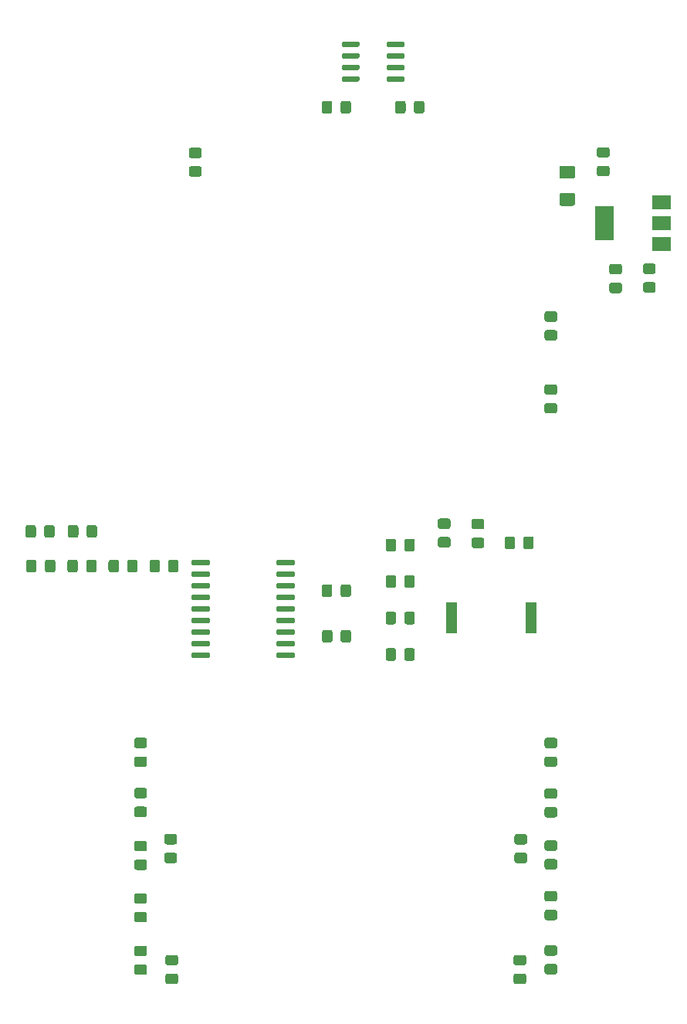
<source format=gbr>
%TF.GenerationSoftware,KiCad,Pcbnew,(5.1.6)-1*%
%TF.CreationDate,2021-02-27T16:06:52+00:00*%
%TF.ProjectId,FT817_buddy_v4,46543831-375f-4627-9564-64795f76342e,rev?*%
%TF.SameCoordinates,Original*%
%TF.FileFunction,Paste,Top*%
%TF.FilePolarity,Positive*%
%FSLAX46Y46*%
G04 Gerber Fmt 4.6, Leading zero omitted, Abs format (unit mm)*
G04 Created by KiCad (PCBNEW (5.1.6)-1) date 2021-02-27 16:06:52*
%MOMM*%
%LPD*%
G01*
G04 APERTURE LIST*
%ADD10R,1.300000X3.400000*%
%ADD11R,2.000000X1.500000*%
%ADD12R,2.000000X3.800000*%
G04 APERTURE END LIST*
D10*
%TO.C,BZ1*%
X190350000Y-90000000D03*
X181650000Y-90000000D03*
%TD*%
%TO.C,C1*%
G36*
G01*
X198700001Y-39525000D02*
X197799999Y-39525000D01*
G75*
G02*
X197550000Y-39275001I0J249999D01*
G01*
X197550000Y-38624999D01*
G75*
G02*
X197799999Y-38375000I249999J0D01*
G01*
X198700001Y-38375000D01*
G75*
G02*
X198950000Y-38624999I0J-249999D01*
G01*
X198950000Y-39275001D01*
G75*
G02*
X198700001Y-39525000I-249999J0D01*
G01*
G37*
G36*
G01*
X198700001Y-41575000D02*
X197799999Y-41575000D01*
G75*
G02*
X197550000Y-41325001I0J249999D01*
G01*
X197550000Y-40674999D01*
G75*
G02*
X197799999Y-40425000I249999J0D01*
G01*
X198700001Y-40425000D01*
G75*
G02*
X198950000Y-40674999I0J-249999D01*
G01*
X198950000Y-41325001D01*
G75*
G02*
X198700001Y-41575000I-249999J0D01*
G01*
G37*
%TD*%
%TO.C,C2*%
G36*
G01*
X202849999Y-53175000D02*
X203750001Y-53175000D01*
G75*
G02*
X204000000Y-53424999I0J-249999D01*
G01*
X204000000Y-54075001D01*
G75*
G02*
X203750001Y-54325000I-249999J0D01*
G01*
X202849999Y-54325000D01*
G75*
G02*
X202600000Y-54075001I0J249999D01*
G01*
X202600000Y-53424999D01*
G75*
G02*
X202849999Y-53175000I249999J0D01*
G01*
G37*
G36*
G01*
X202849999Y-51125000D02*
X203750001Y-51125000D01*
G75*
G02*
X204000000Y-51374999I0J-249999D01*
G01*
X204000000Y-52025001D01*
G75*
G02*
X203750001Y-52275000I-249999J0D01*
G01*
X202849999Y-52275000D01*
G75*
G02*
X202600000Y-52025001I0J249999D01*
G01*
X202600000Y-51374999D01*
G75*
G02*
X202849999Y-51125000I249999J0D01*
G01*
G37*
%TD*%
%TO.C,C3*%
G36*
G01*
X199149999Y-53225000D02*
X200050001Y-53225000D01*
G75*
G02*
X200300000Y-53474999I0J-249999D01*
G01*
X200300000Y-54125001D01*
G75*
G02*
X200050001Y-54375000I-249999J0D01*
G01*
X199149999Y-54375000D01*
G75*
G02*
X198900000Y-54125001I0J249999D01*
G01*
X198900000Y-53474999D01*
G75*
G02*
X199149999Y-53225000I249999J0D01*
G01*
G37*
G36*
G01*
X199149999Y-51175000D02*
X200050001Y-51175000D01*
G75*
G02*
X200300000Y-51424999I0J-249999D01*
G01*
X200300000Y-52075001D01*
G75*
G02*
X200050001Y-52325000I-249999J0D01*
G01*
X199149999Y-52325000D01*
G75*
G02*
X198900000Y-52075001I0J249999D01*
G01*
X198900000Y-51424999D01*
G75*
G02*
X199149999Y-51175000I249999J0D01*
G01*
G37*
%TD*%
%TO.C,C4*%
G36*
G01*
X177475000Y-34450001D02*
X177475000Y-33549999D01*
G75*
G02*
X177724999Y-33300000I249999J0D01*
G01*
X178375001Y-33300000D01*
G75*
G02*
X178625000Y-33549999I0J-249999D01*
G01*
X178625000Y-34450001D01*
G75*
G02*
X178375001Y-34700000I-249999J0D01*
G01*
X177724999Y-34700000D01*
G75*
G02*
X177475000Y-34450001I0J249999D01*
G01*
G37*
G36*
G01*
X175425000Y-34450001D02*
X175425000Y-33549999D01*
G75*
G02*
X175674999Y-33300000I249999J0D01*
G01*
X176325001Y-33300000D01*
G75*
G02*
X176575000Y-33549999I0J-249999D01*
G01*
X176575000Y-34450001D01*
G75*
G02*
X176325001Y-34700000I-249999J0D01*
G01*
X175674999Y-34700000D01*
G75*
G02*
X175425000Y-34450001I0J249999D01*
G01*
G37*
%TD*%
%TO.C,C5*%
G36*
G01*
X168525000Y-33549999D02*
X168525000Y-34450001D01*
G75*
G02*
X168275001Y-34700000I-249999J0D01*
G01*
X167624999Y-34700000D01*
G75*
G02*
X167375000Y-34450001I0J249999D01*
G01*
X167375000Y-33549999D01*
G75*
G02*
X167624999Y-33300000I249999J0D01*
G01*
X168275001Y-33300000D01*
G75*
G02*
X168525000Y-33549999I0J-249999D01*
G01*
G37*
G36*
G01*
X170575000Y-33549999D02*
X170575000Y-34450001D01*
G75*
G02*
X170325001Y-34700000I-249999J0D01*
G01*
X169674999Y-34700000D01*
G75*
G02*
X169425000Y-34450001I0J249999D01*
G01*
X169425000Y-33549999D01*
G75*
G02*
X169674999Y-33300000I249999J0D01*
G01*
X170325001Y-33300000D01*
G75*
G02*
X170575000Y-33549999I0J-249999D01*
G01*
G37*
%TD*%
%TO.C,C10*%
G36*
G01*
X168550000Y-91549999D02*
X168550000Y-92450001D01*
G75*
G02*
X168300001Y-92700000I-249999J0D01*
G01*
X167649999Y-92700000D01*
G75*
G02*
X167400000Y-92450001I0J249999D01*
G01*
X167400000Y-91549999D01*
G75*
G02*
X167649999Y-91300000I249999J0D01*
G01*
X168300001Y-91300000D01*
G75*
G02*
X168550000Y-91549999I0J-249999D01*
G01*
G37*
G36*
G01*
X170600000Y-91549999D02*
X170600000Y-92450001D01*
G75*
G02*
X170350001Y-92700000I-249999J0D01*
G01*
X169699999Y-92700000D01*
G75*
G02*
X169450000Y-92450001I0J249999D01*
G01*
X169450000Y-91549999D01*
G75*
G02*
X169699999Y-91300000I249999J0D01*
G01*
X170350001Y-91300000D01*
G75*
G02*
X170600000Y-91549999I0J-249999D01*
G01*
G37*
%TD*%
%TO.C,D1*%
G36*
G01*
X151250001Y-114825000D02*
X150349999Y-114825000D01*
G75*
G02*
X150100000Y-114575001I0J249999D01*
G01*
X150100000Y-113924999D01*
G75*
G02*
X150349999Y-113675000I249999J0D01*
G01*
X151250001Y-113675000D01*
G75*
G02*
X151500000Y-113924999I0J-249999D01*
G01*
X151500000Y-114575001D01*
G75*
G02*
X151250001Y-114825000I-249999J0D01*
G01*
G37*
G36*
G01*
X151250001Y-116875000D02*
X150349999Y-116875000D01*
G75*
G02*
X150100000Y-116625001I0J249999D01*
G01*
X150100000Y-115974999D01*
G75*
G02*
X150349999Y-115725000I249999J0D01*
G01*
X151250001Y-115725000D01*
G75*
G02*
X151500000Y-115974999I0J-249999D01*
G01*
X151500000Y-116625001D01*
G75*
G02*
X151250001Y-116875000I-249999J0D01*
G01*
G37*
%TD*%
%TO.C,D2*%
G36*
G01*
X151370001Y-128085000D02*
X150469999Y-128085000D01*
G75*
G02*
X150220000Y-127835001I0J249999D01*
G01*
X150220000Y-127184999D01*
G75*
G02*
X150469999Y-126935000I249999J0D01*
G01*
X151370001Y-126935000D01*
G75*
G02*
X151620000Y-127184999I0J-249999D01*
G01*
X151620000Y-127835001D01*
G75*
G02*
X151370001Y-128085000I-249999J0D01*
G01*
G37*
G36*
G01*
X151370001Y-130135000D02*
X150469999Y-130135000D01*
G75*
G02*
X150220000Y-129885001I0J249999D01*
G01*
X150220000Y-129234999D01*
G75*
G02*
X150469999Y-128985000I249999J0D01*
G01*
X151370001Y-128985000D01*
G75*
G02*
X151620000Y-129234999I0J-249999D01*
G01*
X151620000Y-129885001D01*
G75*
G02*
X151370001Y-130135000I-249999J0D01*
G01*
G37*
%TD*%
%TO.C,D3*%
G36*
G01*
X189560001Y-128085000D02*
X188659999Y-128085000D01*
G75*
G02*
X188410000Y-127835001I0J249999D01*
G01*
X188410000Y-127184999D01*
G75*
G02*
X188659999Y-126935000I249999J0D01*
G01*
X189560001Y-126935000D01*
G75*
G02*
X189810000Y-127184999I0J-249999D01*
G01*
X189810000Y-127835001D01*
G75*
G02*
X189560001Y-128085000I-249999J0D01*
G01*
G37*
G36*
G01*
X189560001Y-130135000D02*
X188659999Y-130135000D01*
G75*
G02*
X188410000Y-129885001I0J249999D01*
G01*
X188410000Y-129234999D01*
G75*
G02*
X188659999Y-128985000I249999J0D01*
G01*
X189560001Y-128985000D01*
G75*
G02*
X189810000Y-129234999I0J-249999D01*
G01*
X189810000Y-129885001D01*
G75*
G02*
X189560001Y-130135000I-249999J0D01*
G01*
G37*
%TD*%
%TO.C,D4*%
G36*
G01*
X189650001Y-114825000D02*
X188749999Y-114825000D01*
G75*
G02*
X188500000Y-114575001I0J249999D01*
G01*
X188500000Y-113924999D01*
G75*
G02*
X188749999Y-113675000I249999J0D01*
G01*
X189650001Y-113675000D01*
G75*
G02*
X189900000Y-113924999I0J-249999D01*
G01*
X189900000Y-114575001D01*
G75*
G02*
X189650001Y-114825000I-249999J0D01*
G01*
G37*
G36*
G01*
X189650001Y-116875000D02*
X188749999Y-116875000D01*
G75*
G02*
X188500000Y-116625001I0J249999D01*
G01*
X188500000Y-115974999D01*
G75*
G02*
X188749999Y-115725000I249999J0D01*
G01*
X189650001Y-115725000D01*
G75*
G02*
X189900000Y-115974999I0J-249999D01*
G01*
X189900000Y-116625001D01*
G75*
G02*
X189650001Y-116875000I-249999J0D01*
G01*
G37*
%TD*%
%TO.C,D5*%
G36*
G01*
X188575000Y-81299999D02*
X188575000Y-82200001D01*
G75*
G02*
X188325001Y-82450000I-249999J0D01*
G01*
X187674999Y-82450000D01*
G75*
G02*
X187425000Y-82200001I0J249999D01*
G01*
X187425000Y-81299999D01*
G75*
G02*
X187674999Y-81050000I249999J0D01*
G01*
X188325001Y-81050000D01*
G75*
G02*
X188575000Y-81299999I0J-249999D01*
G01*
G37*
G36*
G01*
X190625000Y-81299999D02*
X190625000Y-82200001D01*
G75*
G02*
X190375001Y-82450000I-249999J0D01*
G01*
X189724999Y-82450000D01*
G75*
G02*
X189475000Y-82200001I0J249999D01*
G01*
X189475000Y-81299999D01*
G75*
G02*
X189724999Y-81050000I249999J0D01*
G01*
X190375001Y-81050000D01*
G75*
G02*
X190625000Y-81299999I0J-249999D01*
G01*
G37*
%TD*%
%TO.C,F1*%
G36*
G01*
X193675000Y-43387500D02*
X194925000Y-43387500D01*
G75*
G02*
X195175000Y-43637500I0J-250000D01*
G01*
X195175000Y-44562500D01*
G75*
G02*
X194925000Y-44812500I-250000J0D01*
G01*
X193675000Y-44812500D01*
G75*
G02*
X193425000Y-44562500I0J250000D01*
G01*
X193425000Y-43637500D01*
G75*
G02*
X193675000Y-43387500I250000J0D01*
G01*
G37*
G36*
G01*
X193675000Y-40412500D02*
X194925000Y-40412500D01*
G75*
G02*
X195175000Y-40662500I0J-250000D01*
G01*
X195175000Y-41587500D01*
G75*
G02*
X194925000Y-41837500I-250000J0D01*
G01*
X193675000Y-41837500D01*
G75*
G02*
X193425000Y-41587500I0J250000D01*
G01*
X193425000Y-40662500D01*
G75*
G02*
X193675000Y-40412500I250000J0D01*
G01*
G37*
%TD*%
%TO.C,R2*%
G36*
G01*
X147049999Y-105175000D02*
X147950001Y-105175000D01*
G75*
G02*
X148200000Y-105424999I0J-249999D01*
G01*
X148200000Y-106075001D01*
G75*
G02*
X147950001Y-106325000I-249999J0D01*
G01*
X147049999Y-106325000D01*
G75*
G02*
X146800000Y-106075001I0J249999D01*
G01*
X146800000Y-105424999D01*
G75*
G02*
X147049999Y-105175000I249999J0D01*
G01*
G37*
G36*
G01*
X147049999Y-103125000D02*
X147950001Y-103125000D01*
G75*
G02*
X148200000Y-103374999I0J-249999D01*
G01*
X148200000Y-104025001D01*
G75*
G02*
X147950001Y-104275000I-249999J0D01*
G01*
X147049999Y-104275000D01*
G75*
G02*
X146800000Y-104025001I0J249999D01*
G01*
X146800000Y-103374999D01*
G75*
G02*
X147049999Y-103125000I249999J0D01*
G01*
G37*
%TD*%
%TO.C,R3*%
G36*
G01*
X147049999Y-110675000D02*
X147950001Y-110675000D01*
G75*
G02*
X148200000Y-110924999I0J-249999D01*
G01*
X148200000Y-111575001D01*
G75*
G02*
X147950001Y-111825000I-249999J0D01*
G01*
X147049999Y-111825000D01*
G75*
G02*
X146800000Y-111575001I0J249999D01*
G01*
X146800000Y-110924999D01*
G75*
G02*
X147049999Y-110675000I249999J0D01*
G01*
G37*
G36*
G01*
X147049999Y-108625000D02*
X147950001Y-108625000D01*
G75*
G02*
X148200000Y-108874999I0J-249999D01*
G01*
X148200000Y-109525001D01*
G75*
G02*
X147950001Y-109775000I-249999J0D01*
G01*
X147049999Y-109775000D01*
G75*
G02*
X146800000Y-109525001I0J249999D01*
G01*
X146800000Y-108874999D01*
G75*
G02*
X147049999Y-108625000I249999J0D01*
G01*
G37*
%TD*%
%TO.C,R4*%
G36*
G01*
X147049999Y-122225000D02*
X147950001Y-122225000D01*
G75*
G02*
X148200000Y-122474999I0J-249999D01*
G01*
X148200000Y-123125001D01*
G75*
G02*
X147950001Y-123375000I-249999J0D01*
G01*
X147049999Y-123375000D01*
G75*
G02*
X146800000Y-123125001I0J249999D01*
G01*
X146800000Y-122474999D01*
G75*
G02*
X147049999Y-122225000I249999J0D01*
G01*
G37*
G36*
G01*
X147049999Y-120175000D02*
X147950001Y-120175000D01*
G75*
G02*
X148200000Y-120424999I0J-249999D01*
G01*
X148200000Y-121075001D01*
G75*
G02*
X147950001Y-121325000I-249999J0D01*
G01*
X147049999Y-121325000D01*
G75*
G02*
X146800000Y-121075001I0J249999D01*
G01*
X146800000Y-120424999D01*
G75*
G02*
X147049999Y-120175000I249999J0D01*
G01*
G37*
%TD*%
%TO.C,R5*%
G36*
G01*
X192950001Y-104275000D02*
X192049999Y-104275000D01*
G75*
G02*
X191800000Y-104025001I0J249999D01*
G01*
X191800000Y-103374999D01*
G75*
G02*
X192049999Y-103125000I249999J0D01*
G01*
X192950001Y-103125000D01*
G75*
G02*
X193200000Y-103374999I0J-249999D01*
G01*
X193200000Y-104025001D01*
G75*
G02*
X192950001Y-104275000I-249999J0D01*
G01*
G37*
G36*
G01*
X192950001Y-106325000D02*
X192049999Y-106325000D01*
G75*
G02*
X191800000Y-106075001I0J249999D01*
G01*
X191800000Y-105424999D01*
G75*
G02*
X192049999Y-105175000I249999J0D01*
G01*
X192950001Y-105175000D01*
G75*
G02*
X193200000Y-105424999I0J-249999D01*
G01*
X193200000Y-106075001D01*
G75*
G02*
X192950001Y-106325000I-249999J0D01*
G01*
G37*
%TD*%
%TO.C,R6*%
G36*
G01*
X192049999Y-116425000D02*
X192950001Y-116425000D01*
G75*
G02*
X193200000Y-116674999I0J-249999D01*
G01*
X193200000Y-117325001D01*
G75*
G02*
X192950001Y-117575000I-249999J0D01*
G01*
X192049999Y-117575000D01*
G75*
G02*
X191800000Y-117325001I0J249999D01*
G01*
X191800000Y-116674999D01*
G75*
G02*
X192049999Y-116425000I249999J0D01*
G01*
G37*
G36*
G01*
X192049999Y-114375000D02*
X192950001Y-114375000D01*
G75*
G02*
X193200000Y-114624999I0J-249999D01*
G01*
X193200000Y-115275001D01*
G75*
G02*
X192950001Y-115525000I-249999J0D01*
G01*
X192049999Y-115525000D01*
G75*
G02*
X191800000Y-115275001I0J249999D01*
G01*
X191800000Y-114624999D01*
G75*
G02*
X192049999Y-114375000I249999J0D01*
G01*
G37*
%TD*%
%TO.C,R7*%
G36*
G01*
X192049999Y-121975000D02*
X192950001Y-121975000D01*
G75*
G02*
X193200000Y-122224999I0J-249999D01*
G01*
X193200000Y-122875001D01*
G75*
G02*
X192950001Y-123125000I-249999J0D01*
G01*
X192049999Y-123125000D01*
G75*
G02*
X191800000Y-122875001I0J249999D01*
G01*
X191800000Y-122224999D01*
G75*
G02*
X192049999Y-121975000I249999J0D01*
G01*
G37*
G36*
G01*
X192049999Y-119925000D02*
X192950001Y-119925000D01*
G75*
G02*
X193200000Y-120174999I0J-249999D01*
G01*
X193200000Y-120825001D01*
G75*
G02*
X192950001Y-121075000I-249999J0D01*
G01*
X192049999Y-121075000D01*
G75*
G02*
X191800000Y-120825001I0J249999D01*
G01*
X191800000Y-120174999D01*
G75*
G02*
X192049999Y-119925000I249999J0D01*
G01*
G37*
%TD*%
%TO.C,R8*%
G36*
G01*
X169425000Y-87450001D02*
X169425000Y-86549999D01*
G75*
G02*
X169674999Y-86300000I249999J0D01*
G01*
X170325001Y-86300000D01*
G75*
G02*
X170575000Y-86549999I0J-249999D01*
G01*
X170575000Y-87450001D01*
G75*
G02*
X170325001Y-87700000I-249999J0D01*
G01*
X169674999Y-87700000D01*
G75*
G02*
X169425000Y-87450001I0J249999D01*
G01*
G37*
G36*
G01*
X167375000Y-87450001D02*
X167375000Y-86549999D01*
G75*
G02*
X167624999Y-86300000I249999J0D01*
G01*
X168275001Y-86300000D01*
G75*
G02*
X168525000Y-86549999I0J-249999D01*
G01*
X168525000Y-87450001D01*
G75*
G02*
X168275001Y-87700000I-249999J0D01*
G01*
X167624999Y-87700000D01*
G75*
G02*
X167375000Y-87450001I0J249999D01*
G01*
G37*
%TD*%
%TO.C,R9*%
G36*
G01*
X176425000Y-82450001D02*
X176425000Y-81549999D01*
G75*
G02*
X176674999Y-81300000I249999J0D01*
G01*
X177325001Y-81300000D01*
G75*
G02*
X177575000Y-81549999I0J-249999D01*
G01*
X177575000Y-82450001D01*
G75*
G02*
X177325001Y-82700000I-249999J0D01*
G01*
X176674999Y-82700000D01*
G75*
G02*
X176425000Y-82450001I0J249999D01*
G01*
G37*
G36*
G01*
X174375000Y-82450001D02*
X174375000Y-81549999D01*
G75*
G02*
X174624999Y-81300000I249999J0D01*
G01*
X175275001Y-81300000D01*
G75*
G02*
X175525000Y-81549999I0J-249999D01*
G01*
X175525000Y-82450001D01*
G75*
G02*
X175275001Y-82700000I-249999J0D01*
G01*
X174624999Y-82700000D01*
G75*
G02*
X174375000Y-82450001I0J249999D01*
G01*
G37*
%TD*%
%TO.C,R10*%
G36*
G01*
X176425000Y-86450001D02*
X176425000Y-85549999D01*
G75*
G02*
X176674999Y-85300000I249999J0D01*
G01*
X177325001Y-85300000D01*
G75*
G02*
X177575000Y-85549999I0J-249999D01*
G01*
X177575000Y-86450001D01*
G75*
G02*
X177325001Y-86700000I-249999J0D01*
G01*
X176674999Y-86700000D01*
G75*
G02*
X176425000Y-86450001I0J249999D01*
G01*
G37*
G36*
G01*
X174375000Y-86450001D02*
X174375000Y-85549999D01*
G75*
G02*
X174624999Y-85300000I249999J0D01*
G01*
X175275001Y-85300000D01*
G75*
G02*
X175525000Y-85549999I0J-249999D01*
G01*
X175525000Y-86450001D01*
G75*
G02*
X175275001Y-86700000I-249999J0D01*
G01*
X174624999Y-86700000D01*
G75*
G02*
X174375000Y-86450001I0J249999D01*
G01*
G37*
%TD*%
%TO.C,R11*%
G36*
G01*
X176425000Y-90450001D02*
X176425000Y-89549999D01*
G75*
G02*
X176674999Y-89300000I249999J0D01*
G01*
X177325001Y-89300000D01*
G75*
G02*
X177575000Y-89549999I0J-249999D01*
G01*
X177575000Y-90450001D01*
G75*
G02*
X177325001Y-90700000I-249999J0D01*
G01*
X176674999Y-90700000D01*
G75*
G02*
X176425000Y-90450001I0J249999D01*
G01*
G37*
G36*
G01*
X174375000Y-90450001D02*
X174375000Y-89549999D01*
G75*
G02*
X174624999Y-89300000I249999J0D01*
G01*
X175275001Y-89300000D01*
G75*
G02*
X175525000Y-89549999I0J-249999D01*
G01*
X175525000Y-90450001D01*
G75*
G02*
X175275001Y-90700000I-249999J0D01*
G01*
X174624999Y-90700000D01*
G75*
G02*
X174375000Y-90450001I0J249999D01*
G01*
G37*
%TD*%
%TO.C,R12*%
G36*
G01*
X147950001Y-115575000D02*
X147049999Y-115575000D01*
G75*
G02*
X146800000Y-115325001I0J249999D01*
G01*
X146800000Y-114674999D01*
G75*
G02*
X147049999Y-114425000I249999J0D01*
G01*
X147950001Y-114425000D01*
G75*
G02*
X148200000Y-114674999I0J-249999D01*
G01*
X148200000Y-115325001D01*
G75*
G02*
X147950001Y-115575000I-249999J0D01*
G01*
G37*
G36*
G01*
X147950001Y-117625000D02*
X147049999Y-117625000D01*
G75*
G02*
X146800000Y-117375001I0J249999D01*
G01*
X146800000Y-116724999D01*
G75*
G02*
X147049999Y-116475000I249999J0D01*
G01*
X147950001Y-116475000D01*
G75*
G02*
X148200000Y-116724999I0J-249999D01*
G01*
X148200000Y-117375001D01*
G75*
G02*
X147950001Y-117625000I-249999J0D01*
G01*
G37*
%TD*%
%TO.C,R13*%
G36*
G01*
X147049999Y-127975000D02*
X147950001Y-127975000D01*
G75*
G02*
X148200000Y-128224999I0J-249999D01*
G01*
X148200000Y-128875001D01*
G75*
G02*
X147950001Y-129125000I-249999J0D01*
G01*
X147049999Y-129125000D01*
G75*
G02*
X146800000Y-128875001I0J249999D01*
G01*
X146800000Y-128224999D01*
G75*
G02*
X147049999Y-127975000I249999J0D01*
G01*
G37*
G36*
G01*
X147049999Y-125925000D02*
X147950001Y-125925000D01*
G75*
G02*
X148200000Y-126174999I0J-249999D01*
G01*
X148200000Y-126825001D01*
G75*
G02*
X147950001Y-127075000I-249999J0D01*
G01*
X147049999Y-127075000D01*
G75*
G02*
X146800000Y-126825001I0J249999D01*
G01*
X146800000Y-126174999D01*
G75*
G02*
X147049999Y-125925000I249999J0D01*
G01*
G37*
%TD*%
%TO.C,R14*%
G36*
G01*
X192950001Y-127025000D02*
X192049999Y-127025000D01*
G75*
G02*
X191800000Y-126775001I0J249999D01*
G01*
X191800000Y-126124999D01*
G75*
G02*
X192049999Y-125875000I249999J0D01*
G01*
X192950001Y-125875000D01*
G75*
G02*
X193200000Y-126124999I0J-249999D01*
G01*
X193200000Y-126775001D01*
G75*
G02*
X192950001Y-127025000I-249999J0D01*
G01*
G37*
G36*
G01*
X192950001Y-129075000D02*
X192049999Y-129075000D01*
G75*
G02*
X191800000Y-128825001I0J249999D01*
G01*
X191800000Y-128174999D01*
G75*
G02*
X192049999Y-127925000I249999J0D01*
G01*
X192950001Y-127925000D01*
G75*
G02*
X193200000Y-128174999I0J-249999D01*
G01*
X193200000Y-128825001D01*
G75*
G02*
X192950001Y-129075000I-249999J0D01*
G01*
G37*
%TD*%
%TO.C,R15*%
G36*
G01*
X192950001Y-109825000D02*
X192049999Y-109825000D01*
G75*
G02*
X191800000Y-109575001I0J249999D01*
G01*
X191800000Y-108924999D01*
G75*
G02*
X192049999Y-108675000I249999J0D01*
G01*
X192950001Y-108675000D01*
G75*
G02*
X193200000Y-108924999I0J-249999D01*
G01*
X193200000Y-109575001D01*
G75*
G02*
X192950001Y-109825000I-249999J0D01*
G01*
G37*
G36*
G01*
X192950001Y-111875000D02*
X192049999Y-111875000D01*
G75*
G02*
X191800000Y-111625001I0J249999D01*
G01*
X191800000Y-110974999D01*
G75*
G02*
X192049999Y-110725000I249999J0D01*
G01*
X192950001Y-110725000D01*
G75*
G02*
X193200000Y-110974999I0J-249999D01*
G01*
X193200000Y-111625001D01*
G75*
G02*
X192950001Y-111875000I-249999J0D01*
G01*
G37*
%TD*%
%TO.C,R16*%
G36*
G01*
X176425000Y-94450001D02*
X176425000Y-93549999D01*
G75*
G02*
X176674999Y-93300000I249999J0D01*
G01*
X177325001Y-93300000D01*
G75*
G02*
X177575000Y-93549999I0J-249999D01*
G01*
X177575000Y-94450001D01*
G75*
G02*
X177325001Y-94700000I-249999J0D01*
G01*
X176674999Y-94700000D01*
G75*
G02*
X176425000Y-94450001I0J249999D01*
G01*
G37*
G36*
G01*
X174375000Y-94450001D02*
X174375000Y-93549999D01*
G75*
G02*
X174624999Y-93300000I249999J0D01*
G01*
X175275001Y-93300000D01*
G75*
G02*
X175525000Y-93549999I0J-249999D01*
G01*
X175525000Y-94450001D01*
G75*
G02*
X175275001Y-94700000I-249999J0D01*
G01*
X174624999Y-94700000D01*
G75*
G02*
X174375000Y-94450001I0J249999D01*
G01*
G37*
%TD*%
D11*
%TO.C,U1*%
X204650000Y-49000000D03*
X204650000Y-44400000D03*
X204650000Y-46700000D03*
D12*
X198350000Y-46700000D03*
%TD*%
%TO.C,U3*%
G36*
G01*
X171500000Y-30755000D02*
X171500000Y-31055000D01*
G75*
G02*
X171350000Y-31205000I-150000J0D01*
G01*
X169700000Y-31205000D01*
G75*
G02*
X169550000Y-31055000I0J150000D01*
G01*
X169550000Y-30755000D01*
G75*
G02*
X169700000Y-30605000I150000J0D01*
G01*
X171350000Y-30605000D01*
G75*
G02*
X171500000Y-30755000I0J-150000D01*
G01*
G37*
G36*
G01*
X171500000Y-29485000D02*
X171500000Y-29785000D01*
G75*
G02*
X171350000Y-29935000I-150000J0D01*
G01*
X169700000Y-29935000D01*
G75*
G02*
X169550000Y-29785000I0J150000D01*
G01*
X169550000Y-29485000D01*
G75*
G02*
X169700000Y-29335000I150000J0D01*
G01*
X171350000Y-29335000D01*
G75*
G02*
X171500000Y-29485000I0J-150000D01*
G01*
G37*
G36*
G01*
X171500000Y-28215000D02*
X171500000Y-28515000D01*
G75*
G02*
X171350000Y-28665000I-150000J0D01*
G01*
X169700000Y-28665000D01*
G75*
G02*
X169550000Y-28515000I0J150000D01*
G01*
X169550000Y-28215000D01*
G75*
G02*
X169700000Y-28065000I150000J0D01*
G01*
X171350000Y-28065000D01*
G75*
G02*
X171500000Y-28215000I0J-150000D01*
G01*
G37*
G36*
G01*
X171500000Y-26945000D02*
X171500000Y-27245000D01*
G75*
G02*
X171350000Y-27395000I-150000J0D01*
G01*
X169700000Y-27395000D01*
G75*
G02*
X169550000Y-27245000I0J150000D01*
G01*
X169550000Y-26945000D01*
G75*
G02*
X169700000Y-26795000I150000J0D01*
G01*
X171350000Y-26795000D01*
G75*
G02*
X171500000Y-26945000I0J-150000D01*
G01*
G37*
G36*
G01*
X176450000Y-26945000D02*
X176450000Y-27245000D01*
G75*
G02*
X176300000Y-27395000I-150000J0D01*
G01*
X174650000Y-27395000D01*
G75*
G02*
X174500000Y-27245000I0J150000D01*
G01*
X174500000Y-26945000D01*
G75*
G02*
X174650000Y-26795000I150000J0D01*
G01*
X176300000Y-26795000D01*
G75*
G02*
X176450000Y-26945000I0J-150000D01*
G01*
G37*
G36*
G01*
X176450000Y-28215000D02*
X176450000Y-28515000D01*
G75*
G02*
X176300000Y-28665000I-150000J0D01*
G01*
X174650000Y-28665000D01*
G75*
G02*
X174500000Y-28515000I0J150000D01*
G01*
X174500000Y-28215000D01*
G75*
G02*
X174650000Y-28065000I150000J0D01*
G01*
X176300000Y-28065000D01*
G75*
G02*
X176450000Y-28215000I0J-150000D01*
G01*
G37*
G36*
G01*
X176450000Y-29485000D02*
X176450000Y-29785000D01*
G75*
G02*
X176300000Y-29935000I-150000J0D01*
G01*
X174650000Y-29935000D01*
G75*
G02*
X174500000Y-29785000I0J150000D01*
G01*
X174500000Y-29485000D01*
G75*
G02*
X174650000Y-29335000I150000J0D01*
G01*
X176300000Y-29335000D01*
G75*
G02*
X176450000Y-29485000I0J-150000D01*
G01*
G37*
G36*
G01*
X176450000Y-30755000D02*
X176450000Y-31055000D01*
G75*
G02*
X176300000Y-31205000I-150000J0D01*
G01*
X174650000Y-31205000D01*
G75*
G02*
X174500000Y-31055000I0J150000D01*
G01*
X174500000Y-30755000D01*
G75*
G02*
X174650000Y-30605000I150000J0D01*
G01*
X176300000Y-30605000D01*
G75*
G02*
X176450000Y-30755000I0J-150000D01*
G01*
G37*
%TD*%
%TO.C,U5*%
G36*
G01*
X155125000Y-93930000D02*
X155125000Y-94230000D01*
G75*
G02*
X154975000Y-94380000I-150000J0D01*
G01*
X153225000Y-94380000D01*
G75*
G02*
X153075000Y-94230000I0J150000D01*
G01*
X153075000Y-93930000D01*
G75*
G02*
X153225000Y-93780000I150000J0D01*
G01*
X154975000Y-93780000D01*
G75*
G02*
X155125000Y-93930000I0J-150000D01*
G01*
G37*
G36*
G01*
X155125000Y-92660000D02*
X155125000Y-92960000D01*
G75*
G02*
X154975000Y-93110000I-150000J0D01*
G01*
X153225000Y-93110000D01*
G75*
G02*
X153075000Y-92960000I0J150000D01*
G01*
X153075000Y-92660000D01*
G75*
G02*
X153225000Y-92510000I150000J0D01*
G01*
X154975000Y-92510000D01*
G75*
G02*
X155125000Y-92660000I0J-150000D01*
G01*
G37*
G36*
G01*
X155125000Y-91390000D02*
X155125000Y-91690000D01*
G75*
G02*
X154975000Y-91840000I-150000J0D01*
G01*
X153225000Y-91840000D01*
G75*
G02*
X153075000Y-91690000I0J150000D01*
G01*
X153075000Y-91390000D01*
G75*
G02*
X153225000Y-91240000I150000J0D01*
G01*
X154975000Y-91240000D01*
G75*
G02*
X155125000Y-91390000I0J-150000D01*
G01*
G37*
G36*
G01*
X155125000Y-90120000D02*
X155125000Y-90420000D01*
G75*
G02*
X154975000Y-90570000I-150000J0D01*
G01*
X153225000Y-90570000D01*
G75*
G02*
X153075000Y-90420000I0J150000D01*
G01*
X153075000Y-90120000D01*
G75*
G02*
X153225000Y-89970000I150000J0D01*
G01*
X154975000Y-89970000D01*
G75*
G02*
X155125000Y-90120000I0J-150000D01*
G01*
G37*
G36*
G01*
X155125000Y-88850000D02*
X155125000Y-89150000D01*
G75*
G02*
X154975000Y-89300000I-150000J0D01*
G01*
X153225000Y-89300000D01*
G75*
G02*
X153075000Y-89150000I0J150000D01*
G01*
X153075000Y-88850000D01*
G75*
G02*
X153225000Y-88700000I150000J0D01*
G01*
X154975000Y-88700000D01*
G75*
G02*
X155125000Y-88850000I0J-150000D01*
G01*
G37*
G36*
G01*
X155125000Y-87580000D02*
X155125000Y-87880000D01*
G75*
G02*
X154975000Y-88030000I-150000J0D01*
G01*
X153225000Y-88030000D01*
G75*
G02*
X153075000Y-87880000I0J150000D01*
G01*
X153075000Y-87580000D01*
G75*
G02*
X153225000Y-87430000I150000J0D01*
G01*
X154975000Y-87430000D01*
G75*
G02*
X155125000Y-87580000I0J-150000D01*
G01*
G37*
G36*
G01*
X155125000Y-86310000D02*
X155125000Y-86610000D01*
G75*
G02*
X154975000Y-86760000I-150000J0D01*
G01*
X153225000Y-86760000D01*
G75*
G02*
X153075000Y-86610000I0J150000D01*
G01*
X153075000Y-86310000D01*
G75*
G02*
X153225000Y-86160000I150000J0D01*
G01*
X154975000Y-86160000D01*
G75*
G02*
X155125000Y-86310000I0J-150000D01*
G01*
G37*
G36*
G01*
X155125000Y-85040000D02*
X155125000Y-85340000D01*
G75*
G02*
X154975000Y-85490000I-150000J0D01*
G01*
X153225000Y-85490000D01*
G75*
G02*
X153075000Y-85340000I0J150000D01*
G01*
X153075000Y-85040000D01*
G75*
G02*
X153225000Y-84890000I150000J0D01*
G01*
X154975000Y-84890000D01*
G75*
G02*
X155125000Y-85040000I0J-150000D01*
G01*
G37*
G36*
G01*
X155125000Y-83770000D02*
X155125000Y-84070000D01*
G75*
G02*
X154975000Y-84220000I-150000J0D01*
G01*
X153225000Y-84220000D01*
G75*
G02*
X153075000Y-84070000I0J150000D01*
G01*
X153075000Y-83770000D01*
G75*
G02*
X153225000Y-83620000I150000J0D01*
G01*
X154975000Y-83620000D01*
G75*
G02*
X155125000Y-83770000I0J-150000D01*
G01*
G37*
G36*
G01*
X164425000Y-83770000D02*
X164425000Y-84070000D01*
G75*
G02*
X164275000Y-84220000I-150000J0D01*
G01*
X162525000Y-84220000D01*
G75*
G02*
X162375000Y-84070000I0J150000D01*
G01*
X162375000Y-83770000D01*
G75*
G02*
X162525000Y-83620000I150000J0D01*
G01*
X164275000Y-83620000D01*
G75*
G02*
X164425000Y-83770000I0J-150000D01*
G01*
G37*
G36*
G01*
X164425000Y-85040000D02*
X164425000Y-85340000D01*
G75*
G02*
X164275000Y-85490000I-150000J0D01*
G01*
X162525000Y-85490000D01*
G75*
G02*
X162375000Y-85340000I0J150000D01*
G01*
X162375000Y-85040000D01*
G75*
G02*
X162525000Y-84890000I150000J0D01*
G01*
X164275000Y-84890000D01*
G75*
G02*
X164425000Y-85040000I0J-150000D01*
G01*
G37*
G36*
G01*
X164425000Y-86310000D02*
X164425000Y-86610000D01*
G75*
G02*
X164275000Y-86760000I-150000J0D01*
G01*
X162525000Y-86760000D01*
G75*
G02*
X162375000Y-86610000I0J150000D01*
G01*
X162375000Y-86310000D01*
G75*
G02*
X162525000Y-86160000I150000J0D01*
G01*
X164275000Y-86160000D01*
G75*
G02*
X164425000Y-86310000I0J-150000D01*
G01*
G37*
G36*
G01*
X164425000Y-87580000D02*
X164425000Y-87880000D01*
G75*
G02*
X164275000Y-88030000I-150000J0D01*
G01*
X162525000Y-88030000D01*
G75*
G02*
X162375000Y-87880000I0J150000D01*
G01*
X162375000Y-87580000D01*
G75*
G02*
X162525000Y-87430000I150000J0D01*
G01*
X164275000Y-87430000D01*
G75*
G02*
X164425000Y-87580000I0J-150000D01*
G01*
G37*
G36*
G01*
X164425000Y-88850000D02*
X164425000Y-89150000D01*
G75*
G02*
X164275000Y-89300000I-150000J0D01*
G01*
X162525000Y-89300000D01*
G75*
G02*
X162375000Y-89150000I0J150000D01*
G01*
X162375000Y-88850000D01*
G75*
G02*
X162525000Y-88700000I150000J0D01*
G01*
X164275000Y-88700000D01*
G75*
G02*
X164425000Y-88850000I0J-150000D01*
G01*
G37*
G36*
G01*
X164425000Y-90120000D02*
X164425000Y-90420000D01*
G75*
G02*
X164275000Y-90570000I-150000J0D01*
G01*
X162525000Y-90570000D01*
G75*
G02*
X162375000Y-90420000I0J150000D01*
G01*
X162375000Y-90120000D01*
G75*
G02*
X162525000Y-89970000I150000J0D01*
G01*
X164275000Y-89970000D01*
G75*
G02*
X164425000Y-90120000I0J-150000D01*
G01*
G37*
G36*
G01*
X164425000Y-91390000D02*
X164425000Y-91690000D01*
G75*
G02*
X164275000Y-91840000I-150000J0D01*
G01*
X162525000Y-91840000D01*
G75*
G02*
X162375000Y-91690000I0J150000D01*
G01*
X162375000Y-91390000D01*
G75*
G02*
X162525000Y-91240000I150000J0D01*
G01*
X164275000Y-91240000D01*
G75*
G02*
X164425000Y-91390000I0J-150000D01*
G01*
G37*
G36*
G01*
X164425000Y-92660000D02*
X164425000Y-92960000D01*
G75*
G02*
X164275000Y-93110000I-150000J0D01*
G01*
X162525000Y-93110000D01*
G75*
G02*
X162375000Y-92960000I0J150000D01*
G01*
X162375000Y-92660000D01*
G75*
G02*
X162525000Y-92510000I150000J0D01*
G01*
X164275000Y-92510000D01*
G75*
G02*
X164425000Y-92660000I0J-150000D01*
G01*
G37*
G36*
G01*
X164425000Y-93930000D02*
X164425000Y-94230000D01*
G75*
G02*
X164275000Y-94380000I-150000J0D01*
G01*
X162525000Y-94380000D01*
G75*
G02*
X162375000Y-94230000I0J150000D01*
G01*
X162375000Y-93930000D01*
G75*
G02*
X162525000Y-93780000I150000J0D01*
G01*
X164275000Y-93780000D01*
G75*
G02*
X164425000Y-93930000I0J-150000D01*
G01*
G37*
%TD*%
%TO.C,C6*%
G36*
G01*
X153049999Y-40475000D02*
X153950001Y-40475000D01*
G75*
G02*
X154200000Y-40724999I0J-249999D01*
G01*
X154200000Y-41375001D01*
G75*
G02*
X153950001Y-41625000I-249999J0D01*
G01*
X153049999Y-41625000D01*
G75*
G02*
X152800000Y-41375001I0J249999D01*
G01*
X152800000Y-40724999D01*
G75*
G02*
X153049999Y-40475000I249999J0D01*
G01*
G37*
G36*
G01*
X153049999Y-38425000D02*
X153950001Y-38425000D01*
G75*
G02*
X154200000Y-38674999I0J-249999D01*
G01*
X154200000Y-39325001D01*
G75*
G02*
X153950001Y-39575000I-249999J0D01*
G01*
X153049999Y-39575000D01*
G75*
G02*
X152800000Y-39325001I0J249999D01*
G01*
X152800000Y-38674999D01*
G75*
G02*
X153049999Y-38425000I249999J0D01*
G01*
G37*
%TD*%
%TO.C,C7*%
G36*
G01*
X141575000Y-80950001D02*
X141575000Y-80049999D01*
G75*
G02*
X141824999Y-79800000I249999J0D01*
G01*
X142475001Y-79800000D01*
G75*
G02*
X142725000Y-80049999I0J-249999D01*
G01*
X142725000Y-80950001D01*
G75*
G02*
X142475001Y-81200000I-249999J0D01*
G01*
X141824999Y-81200000D01*
G75*
G02*
X141575000Y-80950001I0J249999D01*
G01*
G37*
G36*
G01*
X139525000Y-80950001D02*
X139525000Y-80049999D01*
G75*
G02*
X139774999Y-79800000I249999J0D01*
G01*
X140425001Y-79800000D01*
G75*
G02*
X140675000Y-80049999I0J-249999D01*
G01*
X140675000Y-80950001D01*
G75*
G02*
X140425001Y-81200000I-249999J0D01*
G01*
X139774999Y-81200000D01*
G75*
G02*
X139525000Y-80950001I0J249999D01*
G01*
G37*
%TD*%
%TO.C,C8*%
G36*
G01*
X192049999Y-66425000D02*
X192950001Y-66425000D01*
G75*
G02*
X193200000Y-66674999I0J-249999D01*
G01*
X193200000Y-67325001D01*
G75*
G02*
X192950001Y-67575000I-249999J0D01*
G01*
X192049999Y-67575000D01*
G75*
G02*
X191800000Y-67325001I0J249999D01*
G01*
X191800000Y-66674999D01*
G75*
G02*
X192049999Y-66425000I249999J0D01*
G01*
G37*
G36*
G01*
X192049999Y-64375000D02*
X192950001Y-64375000D01*
G75*
G02*
X193200000Y-64624999I0J-249999D01*
G01*
X193200000Y-65275001D01*
G75*
G02*
X192950001Y-65525000I-249999J0D01*
G01*
X192049999Y-65525000D01*
G75*
G02*
X191800000Y-65275001I0J249999D01*
G01*
X191800000Y-64624999D01*
G75*
G02*
X192049999Y-64375000I249999J0D01*
G01*
G37*
%TD*%
%TO.C,C9*%
G36*
G01*
X192950001Y-57525000D02*
X192049999Y-57525000D01*
G75*
G02*
X191800000Y-57275001I0J249999D01*
G01*
X191800000Y-56624999D01*
G75*
G02*
X192049999Y-56375000I249999J0D01*
G01*
X192950001Y-56375000D01*
G75*
G02*
X193200000Y-56624999I0J-249999D01*
G01*
X193200000Y-57275001D01*
G75*
G02*
X192950001Y-57525000I-249999J0D01*
G01*
G37*
G36*
G01*
X192950001Y-59575000D02*
X192049999Y-59575000D01*
G75*
G02*
X191800000Y-59325001I0J249999D01*
G01*
X191800000Y-58674999D01*
G75*
G02*
X192049999Y-58425000I249999J0D01*
G01*
X192950001Y-58425000D01*
G75*
G02*
X193200000Y-58674999I0J-249999D01*
G01*
X193200000Y-59325001D01*
G75*
G02*
X192950001Y-59575000I-249999J0D01*
G01*
G37*
%TD*%
%TO.C,R1*%
G36*
G01*
X184950001Y-80275000D02*
X184049999Y-80275000D01*
G75*
G02*
X183800000Y-80025001I0J249999D01*
G01*
X183800000Y-79374999D01*
G75*
G02*
X184049999Y-79125000I249999J0D01*
G01*
X184950001Y-79125000D01*
G75*
G02*
X185200000Y-79374999I0J-249999D01*
G01*
X185200000Y-80025001D01*
G75*
G02*
X184950001Y-80275000I-249999J0D01*
G01*
G37*
G36*
G01*
X184950001Y-82325000D02*
X184049999Y-82325000D01*
G75*
G02*
X183800000Y-82075001I0J249999D01*
G01*
X183800000Y-81424999D01*
G75*
G02*
X184049999Y-81175000I249999J0D01*
G01*
X184950001Y-81175000D01*
G75*
G02*
X185200000Y-81424999I0J-249999D01*
G01*
X185200000Y-82075001D01*
G75*
G02*
X184950001Y-82325000I-249999J0D01*
G01*
G37*
%TD*%
%TO.C,R17*%
G36*
G01*
X136925000Y-80950001D02*
X136925000Y-80049999D01*
G75*
G02*
X137174999Y-79800000I249999J0D01*
G01*
X137825001Y-79800000D01*
G75*
G02*
X138075000Y-80049999I0J-249999D01*
G01*
X138075000Y-80950001D01*
G75*
G02*
X137825001Y-81200000I-249999J0D01*
G01*
X137174999Y-81200000D01*
G75*
G02*
X136925000Y-80950001I0J249999D01*
G01*
G37*
G36*
G01*
X134875000Y-80950001D02*
X134875000Y-80049999D01*
G75*
G02*
X135124999Y-79800000I249999J0D01*
G01*
X135775001Y-79800000D01*
G75*
G02*
X136025000Y-80049999I0J-249999D01*
G01*
X136025000Y-80950001D01*
G75*
G02*
X135775001Y-81200000I-249999J0D01*
G01*
X135124999Y-81200000D01*
G75*
G02*
X134875000Y-80950001I0J249999D01*
G01*
G37*
%TD*%
%TO.C,R18*%
G36*
G01*
X137000000Y-84750001D02*
X137000000Y-83849999D01*
G75*
G02*
X137249999Y-83600000I249999J0D01*
G01*
X137900001Y-83600000D01*
G75*
G02*
X138150000Y-83849999I0J-249999D01*
G01*
X138150000Y-84750001D01*
G75*
G02*
X137900001Y-85000000I-249999J0D01*
G01*
X137249999Y-85000000D01*
G75*
G02*
X137000000Y-84750001I0J249999D01*
G01*
G37*
G36*
G01*
X134950000Y-84750001D02*
X134950000Y-83849999D01*
G75*
G02*
X135199999Y-83600000I249999J0D01*
G01*
X135850001Y-83600000D01*
G75*
G02*
X136100000Y-83849999I0J-249999D01*
G01*
X136100000Y-84750001D01*
G75*
G02*
X135850001Y-85000000I-249999J0D01*
G01*
X135199999Y-85000000D01*
G75*
G02*
X134950000Y-84750001I0J249999D01*
G01*
G37*
%TD*%
%TO.C,R19*%
G36*
G01*
X141525000Y-84750001D02*
X141525000Y-83849999D01*
G75*
G02*
X141774999Y-83600000I249999J0D01*
G01*
X142425001Y-83600000D01*
G75*
G02*
X142675000Y-83849999I0J-249999D01*
G01*
X142675000Y-84750001D01*
G75*
G02*
X142425001Y-85000000I-249999J0D01*
G01*
X141774999Y-85000000D01*
G75*
G02*
X141525000Y-84750001I0J249999D01*
G01*
G37*
G36*
G01*
X139475000Y-84750001D02*
X139475000Y-83849999D01*
G75*
G02*
X139724999Y-83600000I249999J0D01*
G01*
X140375001Y-83600000D01*
G75*
G02*
X140625000Y-83849999I0J-249999D01*
G01*
X140625000Y-84750001D01*
G75*
G02*
X140375001Y-85000000I-249999J0D01*
G01*
X139724999Y-85000000D01*
G75*
G02*
X139475000Y-84750001I0J249999D01*
G01*
G37*
%TD*%
%TO.C,R20*%
G36*
G01*
X146025000Y-84750001D02*
X146025000Y-83849999D01*
G75*
G02*
X146274999Y-83600000I249999J0D01*
G01*
X146925001Y-83600000D01*
G75*
G02*
X147175000Y-83849999I0J-249999D01*
G01*
X147175000Y-84750001D01*
G75*
G02*
X146925001Y-85000000I-249999J0D01*
G01*
X146274999Y-85000000D01*
G75*
G02*
X146025000Y-84750001I0J249999D01*
G01*
G37*
G36*
G01*
X143975000Y-84750001D02*
X143975000Y-83849999D01*
G75*
G02*
X144224999Y-83600000I249999J0D01*
G01*
X144875001Y-83600000D01*
G75*
G02*
X145125000Y-83849999I0J-249999D01*
G01*
X145125000Y-84750001D01*
G75*
G02*
X144875001Y-85000000I-249999J0D01*
G01*
X144224999Y-85000000D01*
G75*
G02*
X143975000Y-84750001I0J249999D01*
G01*
G37*
%TD*%
%TO.C,R21*%
G36*
G01*
X150525000Y-84750001D02*
X150525000Y-83849999D01*
G75*
G02*
X150774999Y-83600000I249999J0D01*
G01*
X151425001Y-83600000D01*
G75*
G02*
X151675000Y-83849999I0J-249999D01*
G01*
X151675000Y-84750001D01*
G75*
G02*
X151425001Y-85000000I-249999J0D01*
G01*
X150774999Y-85000000D01*
G75*
G02*
X150525000Y-84750001I0J249999D01*
G01*
G37*
G36*
G01*
X148475000Y-84750001D02*
X148475000Y-83849999D01*
G75*
G02*
X148724999Y-83600000I249999J0D01*
G01*
X149375001Y-83600000D01*
G75*
G02*
X149625000Y-83849999I0J-249999D01*
G01*
X149625000Y-84750001D01*
G75*
G02*
X149375001Y-85000000I-249999J0D01*
G01*
X148724999Y-85000000D01*
G75*
G02*
X148475000Y-84750001I0J249999D01*
G01*
G37*
%TD*%
%TO.C,R22*%
G36*
G01*
X181250001Y-82275000D02*
X180349999Y-82275000D01*
G75*
G02*
X180100000Y-82025001I0J249999D01*
G01*
X180100000Y-81374999D01*
G75*
G02*
X180349999Y-81125000I249999J0D01*
G01*
X181250001Y-81125000D01*
G75*
G02*
X181500000Y-81374999I0J-249999D01*
G01*
X181500000Y-82025001D01*
G75*
G02*
X181250001Y-82275000I-249999J0D01*
G01*
G37*
G36*
G01*
X181250001Y-80225000D02*
X180349999Y-80225000D01*
G75*
G02*
X180100000Y-79975001I0J249999D01*
G01*
X180100000Y-79324999D01*
G75*
G02*
X180349999Y-79075000I249999J0D01*
G01*
X181250001Y-79075000D01*
G75*
G02*
X181500000Y-79324999I0J-249999D01*
G01*
X181500000Y-79975001D01*
G75*
G02*
X181250001Y-80225000I-249999J0D01*
G01*
G37*
%TD*%
M02*

</source>
